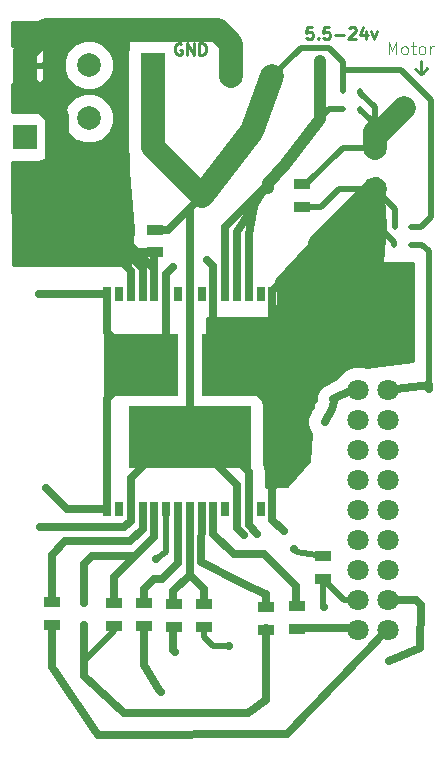
<source format=gtl>
G04 (created by PCBNEW (2013-08-24 BZR 4298)-stable) date Mon 09 Dec 2013 08:00:48 PM PST*
%MOIN*%
G04 Gerber Fmt 3.4, Leading zero omitted, Abs format*
%FSLAX34Y34*%
G01*
G70*
G90*
G04 APERTURE LIST*
%ADD10C,0.005906*%
%ADD11C,0.004921*%
%ADD12C,0.009843*%
%ADD13C,0.078740*%
%ADD14R,0.055000X0.035000*%
%ADD15R,0.026378X0.051181*%
%ADD16R,0.245276X0.206693*%
%ADD17R,0.405512X0.206693*%
%ADD18C,0.019685*%
%ADD19R,0.007874X0.011811*%
%ADD20C,0.078700*%
%ADD21R,0.078700X0.078700*%
%ADD22C,0.070866*%
%ADD23C,0.027559*%
%ADD24C,0.019685*%
%ADD25C,0.027559*%
%ADD26C,0.039370*%
%ADD27C,0.078740*%
%ADD28C,0.010000*%
G04 APERTURE END LIST*
G54D10*
G54D11*
X64396Y-29855D02*
X64396Y-29461D01*
X64527Y-29742D01*
X64658Y-29461D01*
X64658Y-29855D01*
X64902Y-29855D02*
X64865Y-29836D01*
X64846Y-29817D01*
X64827Y-29780D01*
X64827Y-29667D01*
X64846Y-29630D01*
X64865Y-29611D01*
X64902Y-29592D01*
X64958Y-29592D01*
X64996Y-29611D01*
X65014Y-29630D01*
X65033Y-29667D01*
X65033Y-29780D01*
X65014Y-29817D01*
X64996Y-29836D01*
X64958Y-29855D01*
X64902Y-29855D01*
X65146Y-29592D02*
X65296Y-29592D01*
X65202Y-29461D02*
X65202Y-29799D01*
X65221Y-29836D01*
X65258Y-29855D01*
X65296Y-29855D01*
X65483Y-29855D02*
X65446Y-29836D01*
X65427Y-29817D01*
X65408Y-29780D01*
X65408Y-29667D01*
X65427Y-29630D01*
X65446Y-29611D01*
X65483Y-29592D01*
X65539Y-29592D01*
X65577Y-29611D01*
X65596Y-29630D01*
X65614Y-29667D01*
X65614Y-29780D01*
X65596Y-29817D01*
X65577Y-29836D01*
X65539Y-29855D01*
X65483Y-29855D01*
X65783Y-29855D02*
X65783Y-29592D01*
X65783Y-29667D02*
X65802Y-29630D01*
X65821Y-29611D01*
X65858Y-29592D01*
X65896Y-29592D01*
G54D12*
X61862Y-28957D02*
X61675Y-28957D01*
X61656Y-29145D01*
X61675Y-29126D01*
X61712Y-29107D01*
X61806Y-29107D01*
X61844Y-29126D01*
X61862Y-29145D01*
X61881Y-29182D01*
X61881Y-29276D01*
X61862Y-29313D01*
X61844Y-29332D01*
X61806Y-29351D01*
X61712Y-29351D01*
X61675Y-29332D01*
X61656Y-29313D01*
X62050Y-29313D02*
X62068Y-29332D01*
X62050Y-29351D01*
X62031Y-29332D01*
X62050Y-29313D01*
X62050Y-29351D01*
X62425Y-28957D02*
X62237Y-28957D01*
X62218Y-29145D01*
X62237Y-29126D01*
X62275Y-29107D01*
X62368Y-29107D01*
X62406Y-29126D01*
X62425Y-29145D01*
X62443Y-29182D01*
X62443Y-29276D01*
X62425Y-29313D01*
X62406Y-29332D01*
X62368Y-29351D01*
X62275Y-29351D01*
X62237Y-29332D01*
X62218Y-29313D01*
X62612Y-29201D02*
X62912Y-29201D01*
X63081Y-28995D02*
X63100Y-28976D01*
X63137Y-28957D01*
X63231Y-28957D01*
X63268Y-28976D01*
X63287Y-28995D01*
X63306Y-29032D01*
X63306Y-29070D01*
X63287Y-29126D01*
X63062Y-29351D01*
X63306Y-29351D01*
X63643Y-29088D02*
X63643Y-29351D01*
X63550Y-28938D02*
X63456Y-29220D01*
X63700Y-29220D01*
X63812Y-29088D02*
X63906Y-29351D01*
X64000Y-29088D01*
X57495Y-29503D02*
X57457Y-29485D01*
X57401Y-29485D01*
X57345Y-29503D01*
X57307Y-29541D01*
X57289Y-29578D01*
X57270Y-29653D01*
X57270Y-29710D01*
X57289Y-29785D01*
X57307Y-29822D01*
X57345Y-29860D01*
X57401Y-29878D01*
X57439Y-29878D01*
X57495Y-29860D01*
X57514Y-29841D01*
X57514Y-29710D01*
X57439Y-29710D01*
X57682Y-29878D02*
X57682Y-29485D01*
X57907Y-29878D01*
X57907Y-29485D01*
X58095Y-29878D02*
X58095Y-29485D01*
X58188Y-29485D01*
X58245Y-29503D01*
X58282Y-29541D01*
X58301Y-29578D01*
X58320Y-29653D01*
X58320Y-29710D01*
X58301Y-29785D01*
X58282Y-29822D01*
X58245Y-29860D01*
X58188Y-29878D01*
X58095Y-29878D01*
G54D13*
X59149Y-30578D03*
X60527Y-30578D03*
G54D14*
X56255Y-48902D03*
X56255Y-48152D03*
X62220Y-47339D03*
X62220Y-46589D03*
X56614Y-35711D03*
X56614Y-36461D03*
G54D15*
X58165Y-37842D03*
X58559Y-37842D03*
X58952Y-37842D03*
X59346Y-37842D03*
X59740Y-37842D03*
X60133Y-37842D03*
X60527Y-37842D03*
X60527Y-45007D03*
X60133Y-45007D03*
X59740Y-45007D03*
X59346Y-45007D03*
X58952Y-45007D03*
X58559Y-45007D03*
X58165Y-45007D03*
X55015Y-45007D03*
X55409Y-45007D03*
X55803Y-45007D03*
X56196Y-45007D03*
X56590Y-45007D03*
X56984Y-45007D03*
X57377Y-45007D03*
X57771Y-45007D03*
X57771Y-37842D03*
X57377Y-37842D03*
X56984Y-37842D03*
X56590Y-37842D03*
X56196Y-37842D03*
X55803Y-37842D03*
X55409Y-37842D03*
X55015Y-37842D03*
G54D16*
X56131Y-40224D03*
X59411Y-40224D03*
G54D17*
X57771Y-42625D03*
G54D18*
X55147Y-39437D03*
X55541Y-39437D03*
X55935Y-39437D03*
X56328Y-39437D03*
X56722Y-39437D03*
X57116Y-39437D03*
X60395Y-39437D03*
X60001Y-39437D03*
X59608Y-39437D03*
X59214Y-39437D03*
X58820Y-39437D03*
X58427Y-39437D03*
X60395Y-39830D03*
X60001Y-39830D03*
X59608Y-39830D03*
X59214Y-39830D03*
X58820Y-39830D03*
X58427Y-39830D03*
X57116Y-39830D03*
X56722Y-39830D03*
X56328Y-39830D03*
X55935Y-39830D03*
X55541Y-39830D03*
X55147Y-39830D03*
X58427Y-40224D03*
X58820Y-40224D03*
X59214Y-40224D03*
X59608Y-40224D03*
X60001Y-40224D03*
X60395Y-40224D03*
X57116Y-40224D03*
X56722Y-40224D03*
X56328Y-40224D03*
X55935Y-40224D03*
X55541Y-40224D03*
X55147Y-40224D03*
X55147Y-40618D03*
X55541Y-40618D03*
X55935Y-40618D03*
X56328Y-40618D03*
X56722Y-40618D03*
X57116Y-40618D03*
X58427Y-40618D03*
X58820Y-40618D03*
X59214Y-40618D03*
X59608Y-40618D03*
X60001Y-40618D03*
X60395Y-40618D03*
X55147Y-41011D03*
X55541Y-41011D03*
X55935Y-41011D03*
X56328Y-41011D03*
X56722Y-41011D03*
X57116Y-41011D03*
X58427Y-41011D03*
X58820Y-41011D03*
X59214Y-41011D03*
X59608Y-41011D03*
X60001Y-41011D03*
X60395Y-41011D03*
X58421Y-41838D03*
X58814Y-41838D03*
X59208Y-41838D03*
X59602Y-41838D03*
X59602Y-42232D03*
X59208Y-42232D03*
X58814Y-42232D03*
X58421Y-42232D03*
X59602Y-42625D03*
X59208Y-42625D03*
X58814Y-42625D03*
X58421Y-42625D03*
X58421Y-43019D03*
X58814Y-43019D03*
X59208Y-43019D03*
X59602Y-43019D03*
X58421Y-43413D03*
X58814Y-43413D03*
X59208Y-43413D03*
X59602Y-43413D03*
X58027Y-43413D03*
X57515Y-43413D03*
X57122Y-43413D03*
X56728Y-43413D03*
X56334Y-43413D03*
X55940Y-43413D03*
X58027Y-43019D03*
X57515Y-43019D03*
X57122Y-43019D03*
X56728Y-43019D03*
X56334Y-43019D03*
X55940Y-43019D03*
X55940Y-42625D03*
X56334Y-42625D03*
X56728Y-42625D03*
X57122Y-42625D03*
X57515Y-42625D03*
X58027Y-42625D03*
X55940Y-42232D03*
X56334Y-42232D03*
X56728Y-42232D03*
X57122Y-42232D03*
X57515Y-42232D03*
X58027Y-42232D03*
X58027Y-41838D03*
X57515Y-41838D03*
X57122Y-41838D03*
X56728Y-41838D03*
X56334Y-41838D03*
X55940Y-41838D03*
G54D19*
X62893Y-31066D03*
X63444Y-31066D03*
X63444Y-31688D03*
X62893Y-31688D03*
X65149Y-35625D03*
X64598Y-35625D03*
X64582Y-36232D03*
X65133Y-36232D03*
G54D14*
X61515Y-34199D03*
X61515Y-34949D03*
G54D20*
X54401Y-31992D03*
G54D21*
X56531Y-30220D03*
X56531Y-32622D03*
X52269Y-30220D03*
X52269Y-32622D03*
G54D20*
X54401Y-30220D03*
G54D13*
X63933Y-32972D03*
X63933Y-34350D03*
G54D22*
X63374Y-44043D03*
X63374Y-43043D03*
X63374Y-42043D03*
X63374Y-41043D03*
X64374Y-41043D03*
X64374Y-42043D03*
X64374Y-43043D03*
X64374Y-44043D03*
X64374Y-49043D03*
X64374Y-48043D03*
X64374Y-47043D03*
X64374Y-46043D03*
X64374Y-45043D03*
X63374Y-45043D03*
X63374Y-46043D03*
X63374Y-47043D03*
X63374Y-48043D03*
X63374Y-49043D03*
G54D14*
X55244Y-48164D03*
X55244Y-48914D03*
X60311Y-48294D03*
X60311Y-49044D03*
X61362Y-48262D03*
X61362Y-49012D03*
X53185Y-48878D03*
X53185Y-48128D03*
X58244Y-48945D03*
X58244Y-48195D03*
X57240Y-48934D03*
X57240Y-48184D03*
G54D23*
X62263Y-42106D03*
X54240Y-50070D03*
X61259Y-46358D03*
X65736Y-41031D03*
X56661Y-46688D03*
X62106Y-30074D03*
X57267Y-49787D03*
X53251Y-35803D03*
X64901Y-31649D03*
X56803Y-51106D03*
X64429Y-50090D03*
X62259Y-48271D03*
X59070Y-49586D03*
G54D12*
X65484Y-30523D02*
X65535Y-30468D01*
X65535Y-30468D02*
X65681Y-30322D01*
X65468Y-30098D02*
X65484Y-30523D01*
X65484Y-30523D02*
X65278Y-30339D01*
G54D24*
X55244Y-48914D02*
X55244Y-49066D01*
X55244Y-49066D02*
X54240Y-50070D01*
G54D25*
X62578Y-41460D02*
X62547Y-41362D01*
X62263Y-42106D02*
X62496Y-41677D01*
X62496Y-41677D02*
X62578Y-41460D01*
X63188Y-41062D02*
X63374Y-41043D01*
X62547Y-41362D02*
X63188Y-41062D01*
X54240Y-50590D02*
X54240Y-50070D01*
X54244Y-50066D02*
X54240Y-50070D01*
X54244Y-48890D02*
X54244Y-50066D01*
X55582Y-51822D02*
X54240Y-50590D01*
X59700Y-51822D02*
X55582Y-51822D01*
X60326Y-51370D02*
X59700Y-51822D01*
X60326Y-48985D02*
X60326Y-51370D01*
X58255Y-48195D02*
X58255Y-47685D01*
X58255Y-47685D02*
X57771Y-47200D01*
X57212Y-47759D02*
X57212Y-48180D01*
X57771Y-47200D02*
X57212Y-47759D01*
X57771Y-45007D02*
X57771Y-47200D01*
G54D24*
X62220Y-46589D02*
X61337Y-46436D01*
X61337Y-46436D02*
X61259Y-46358D01*
G54D25*
X65759Y-40881D02*
X65736Y-40947D01*
X65736Y-40947D02*
X65736Y-41031D01*
G54D24*
X56984Y-45007D02*
X56984Y-46440D01*
X56984Y-46440D02*
X56661Y-46688D01*
X65133Y-36232D02*
X65519Y-36232D01*
X65519Y-36232D02*
X65751Y-36405D01*
X65751Y-36405D02*
X65759Y-40881D01*
X62893Y-31688D02*
X62425Y-31688D01*
X62425Y-31688D02*
X62106Y-32007D01*
G54D26*
X60909Y-33570D02*
X62106Y-32007D01*
X62106Y-32007D02*
X62106Y-30074D01*
G54D25*
X64374Y-41043D02*
X65759Y-40881D01*
X55803Y-37094D02*
X55803Y-37842D01*
X56196Y-37015D02*
X56196Y-37842D01*
G54D27*
X52269Y-30848D02*
X53338Y-31917D01*
X52269Y-30220D02*
X52269Y-30848D01*
X53338Y-31917D02*
X53338Y-34122D01*
X52269Y-29773D02*
X52269Y-30220D01*
G54D25*
X56590Y-37842D02*
X56590Y-37000D01*
X58952Y-35625D02*
X58952Y-37842D01*
X59346Y-37842D02*
X59346Y-35791D01*
X59740Y-35850D02*
X59740Y-37842D01*
G54D27*
X54728Y-35444D02*
X53610Y-35444D01*
X53610Y-35444D02*
X53251Y-35803D01*
G54D25*
X56590Y-37000D02*
X56578Y-37000D01*
X54728Y-35149D02*
X54728Y-35444D01*
X54728Y-35444D02*
X54728Y-35511D01*
X56578Y-37000D02*
X54728Y-35149D01*
X55405Y-36188D02*
X55405Y-36696D01*
X55405Y-36696D02*
X55803Y-37094D01*
X55405Y-36188D02*
X55405Y-36224D01*
X55405Y-36224D02*
X56196Y-37015D01*
X55405Y-36259D02*
X55405Y-36366D01*
G54D27*
X53338Y-34122D02*
X54728Y-35511D01*
X54728Y-35511D02*
X55405Y-36188D01*
X55405Y-36188D02*
X55405Y-36259D01*
G54D25*
X55405Y-36366D02*
X55500Y-36461D01*
X57212Y-49732D02*
X57267Y-49787D01*
G54D27*
X52992Y-29051D02*
X52269Y-29773D01*
X58696Y-29051D02*
X52992Y-29051D01*
X59149Y-29503D02*
X58696Y-29051D01*
X59149Y-30578D02*
X59149Y-29503D01*
G54D25*
X57212Y-48930D02*
X57212Y-49732D01*
X55500Y-36461D02*
X56614Y-36461D01*
X56590Y-37000D02*
X56590Y-36485D01*
X56590Y-36485D02*
X56614Y-36461D01*
G54D26*
X60393Y-34311D02*
X60393Y-34149D01*
X60393Y-34149D02*
X60909Y-33570D01*
G54D25*
X60279Y-34291D02*
X60393Y-34311D01*
X60393Y-34311D02*
X60224Y-34334D01*
X60224Y-34334D02*
X58952Y-35625D01*
X59346Y-35791D02*
X60287Y-34311D01*
X60287Y-34311D02*
X60279Y-34291D01*
X60279Y-34291D02*
X59940Y-34740D01*
X59940Y-34740D02*
X59740Y-35850D01*
X58559Y-45838D02*
X58559Y-45007D01*
X59236Y-46515D02*
X58559Y-45838D01*
X60255Y-46515D02*
X59236Y-46515D01*
X61326Y-47586D02*
X60255Y-46515D01*
X61326Y-48235D02*
X61326Y-47586D01*
X56196Y-45007D02*
X56196Y-45681D01*
X56196Y-45681D02*
X55779Y-46098D01*
X55779Y-46098D02*
X53629Y-46098D01*
X53629Y-46098D02*
X53165Y-46562D01*
X53165Y-46562D02*
X53165Y-48109D01*
X53165Y-47688D02*
X53165Y-48109D01*
G54D24*
X61515Y-34199D02*
X61650Y-34199D01*
X62877Y-32972D02*
X63933Y-32972D01*
X61650Y-34199D02*
X62877Y-32972D01*
X63444Y-31066D02*
X63444Y-31137D01*
X63444Y-31137D02*
X63933Y-31625D01*
X63933Y-31625D02*
X63933Y-32972D01*
X63444Y-31688D02*
X63444Y-31720D01*
X63444Y-31720D02*
X63775Y-32019D01*
X63775Y-32019D02*
X64098Y-32452D01*
X64098Y-32452D02*
X63933Y-32452D01*
G54D27*
X63933Y-32618D02*
X63933Y-32452D01*
X64901Y-31649D02*
X63933Y-32618D01*
X63933Y-32452D02*
X63933Y-32972D01*
G54D25*
X56984Y-37842D02*
X56984Y-39372D01*
X55015Y-37842D02*
X55015Y-39108D01*
X55015Y-39108D02*
X56131Y-40224D01*
X56984Y-37842D02*
X56984Y-37181D01*
X56984Y-37181D02*
X57224Y-36940D01*
X55015Y-37842D02*
X52748Y-37842D01*
X52748Y-37842D02*
X52740Y-37850D01*
X55015Y-45007D02*
X53669Y-45007D01*
X53669Y-45007D02*
X52980Y-44318D01*
X56984Y-39372D02*
X56131Y-40224D01*
X55015Y-45007D02*
X55015Y-41340D01*
X55015Y-41340D02*
X56131Y-40224D01*
G54D24*
X63933Y-34350D02*
X62744Y-34350D01*
X62144Y-34949D02*
X61515Y-34949D01*
X62744Y-34350D02*
X62144Y-34949D01*
X64582Y-36232D02*
X64582Y-36118D01*
X64582Y-36118D02*
X63933Y-35468D01*
X63933Y-35468D02*
X63933Y-34350D01*
X64598Y-35625D02*
X64598Y-35015D01*
X64598Y-35015D02*
X63933Y-34350D01*
G54D25*
X58559Y-37842D02*
X58559Y-39372D01*
X60527Y-37842D02*
X60527Y-39108D01*
X58559Y-37842D02*
X58559Y-36929D01*
X58559Y-36929D02*
X58338Y-36708D01*
X60527Y-45007D02*
X60527Y-45385D01*
X60527Y-45385D02*
X60901Y-45759D01*
G54D27*
X59411Y-40224D02*
X59933Y-40224D01*
X59933Y-40224D02*
X61822Y-37458D01*
X61822Y-37458D02*
X62098Y-36185D01*
G54D25*
X60527Y-37842D02*
X60527Y-37755D01*
X60527Y-37755D02*
X63933Y-34350D01*
X60527Y-45007D02*
X60527Y-41340D01*
X60527Y-41340D02*
X59411Y-40224D01*
X60527Y-39108D02*
X59411Y-40224D01*
X58559Y-39372D02*
X59411Y-40224D01*
G54D27*
X62098Y-36185D02*
X63933Y-34350D01*
G54D25*
X64374Y-49043D02*
X64342Y-49035D01*
X64342Y-49035D02*
X61027Y-52506D01*
X61027Y-52506D02*
X54726Y-52544D01*
X54726Y-52544D02*
X53165Y-50283D01*
X53165Y-50283D02*
X53165Y-48859D01*
X61326Y-48985D02*
X62735Y-48985D01*
X62735Y-48985D02*
X63315Y-48985D01*
X63315Y-48985D02*
X63374Y-49043D01*
X56255Y-50224D02*
X56255Y-48902D01*
X56759Y-51062D02*
X56255Y-50224D01*
X56803Y-51106D02*
X56759Y-51062D01*
X65449Y-49664D02*
X64429Y-50090D01*
X65472Y-48204D02*
X65449Y-49664D01*
X65311Y-48043D02*
X65472Y-48204D01*
X64374Y-48043D02*
X65311Y-48043D01*
G54D24*
X58244Y-48945D02*
X58244Y-49291D01*
X62220Y-48232D02*
X62220Y-47339D01*
X62259Y-48271D02*
X62220Y-48232D01*
X58539Y-49586D02*
X59070Y-49586D01*
X58244Y-49291D02*
X58539Y-49586D01*
X63374Y-48043D02*
X62924Y-48043D01*
X62924Y-48043D02*
X62220Y-47339D01*
G54D25*
X60326Y-48235D02*
X60303Y-47858D01*
X60303Y-47858D02*
X60291Y-47846D01*
X59511Y-47496D02*
X60291Y-47846D01*
X58161Y-46799D02*
X59511Y-47496D01*
X58165Y-45007D02*
X58161Y-46799D01*
X55251Y-48140D02*
X55251Y-47295D01*
X55251Y-47295D02*
X55956Y-46590D01*
X54244Y-48140D02*
X54244Y-46846D01*
X55956Y-46590D02*
X56590Y-45956D01*
X54500Y-46590D02*
X55956Y-46590D01*
X54244Y-46846D02*
X54500Y-46590D01*
X56590Y-45956D02*
X56590Y-45007D01*
X56255Y-47673D02*
X56255Y-48152D01*
X56570Y-47358D02*
X56255Y-47673D01*
X56834Y-47358D02*
X56570Y-47358D01*
X57377Y-46814D02*
X56834Y-47358D01*
X57377Y-45007D02*
X57377Y-46814D01*
X56614Y-35711D02*
X57050Y-35711D01*
X57050Y-35711D02*
X58171Y-34590D01*
G54D27*
X58181Y-34590D02*
X59830Y-32417D01*
G54D25*
X57771Y-34990D02*
X58171Y-34590D01*
G54D27*
X58171Y-34590D02*
X58181Y-34590D01*
G54D24*
X62893Y-30389D02*
X64814Y-30389D01*
X64814Y-30389D02*
X65803Y-31377D01*
X65803Y-31377D02*
X65803Y-35295D01*
X65803Y-35295D02*
X65472Y-35625D01*
X65472Y-35625D02*
X65149Y-35625D01*
X62893Y-31066D02*
X62893Y-30389D01*
X62893Y-30389D02*
X62893Y-30122D01*
X62893Y-30122D02*
X62413Y-29641D01*
X62413Y-29641D02*
X61464Y-29641D01*
X61464Y-29641D02*
X60527Y-30578D01*
G54D27*
X59830Y-32417D02*
X60527Y-30578D01*
X56531Y-32622D02*
X56531Y-32950D01*
X56531Y-32950D02*
X58171Y-34590D01*
X56531Y-30220D02*
X56531Y-32622D01*
G54D25*
X55803Y-45007D02*
X55803Y-45405D01*
X55586Y-45622D02*
X52779Y-45622D01*
X55803Y-45405D02*
X55586Y-45622D01*
X59740Y-45007D02*
X59740Y-45559D01*
X59740Y-45559D02*
X60019Y-45838D01*
X59346Y-45007D02*
X59346Y-45657D01*
X59346Y-45657D02*
X59570Y-45881D01*
X57771Y-37842D02*
X57771Y-34990D01*
X57771Y-37842D02*
X57771Y-42625D01*
X59740Y-45007D02*
X59740Y-43799D01*
X59740Y-43799D02*
X58566Y-42625D01*
X58566Y-42625D02*
X57771Y-42625D01*
X59346Y-45007D02*
X59346Y-44200D01*
X59346Y-44200D02*
X57771Y-42625D01*
X55803Y-45007D02*
X55803Y-43980D01*
X55803Y-43980D02*
X57157Y-42625D01*
X57157Y-42625D02*
X57771Y-42625D01*
G54D10*
G36*
X65216Y-40090D02*
X63638Y-40289D01*
X63533Y-40245D01*
X63215Y-40245D01*
X62922Y-40366D01*
X62697Y-40590D01*
X62667Y-40664D01*
X62301Y-40835D01*
X62239Y-40880D01*
X62171Y-40918D01*
X62148Y-40947D01*
X62118Y-40969D01*
X62078Y-41035D01*
X62030Y-41095D01*
X62020Y-41131D01*
X62000Y-41163D01*
X61989Y-41239D01*
X61967Y-41313D01*
X61971Y-41350D01*
X61966Y-41387D01*
X61969Y-41402D01*
X61872Y-41478D01*
X61863Y-41625D01*
X61792Y-41754D01*
X61771Y-41776D01*
X61682Y-41990D01*
X61682Y-42221D01*
X61770Y-42435D01*
X61806Y-42471D01*
X61742Y-43428D01*
X60996Y-44261D01*
X60321Y-44273D01*
X60321Y-43799D01*
X60277Y-43576D01*
X60277Y-43576D01*
X60242Y-43525D01*
X60242Y-43525D01*
X60242Y-41504D01*
X60175Y-41341D01*
X60050Y-41216D01*
X59887Y-41148D01*
X59710Y-41148D01*
X58353Y-41148D01*
X58353Y-38660D01*
X60480Y-38660D01*
X60490Y-38485D01*
X60517Y-38474D01*
X60641Y-38349D01*
X60709Y-38186D01*
X60709Y-38010D01*
X60709Y-37498D01*
X60662Y-37384D01*
X63714Y-34034D01*
X64040Y-33979D01*
X64194Y-34201D01*
X64268Y-35550D01*
X64174Y-36801D01*
X65210Y-36801D01*
X65216Y-40090D01*
X65216Y-40090D01*
G37*
G54D28*
X65216Y-40090D02*
X63638Y-40289D01*
X63533Y-40245D01*
X63215Y-40245D01*
X62922Y-40366D01*
X62697Y-40590D01*
X62667Y-40664D01*
X62301Y-40835D01*
X62239Y-40880D01*
X62171Y-40918D01*
X62148Y-40947D01*
X62118Y-40969D01*
X62078Y-41035D01*
X62030Y-41095D01*
X62020Y-41131D01*
X62000Y-41163D01*
X61989Y-41239D01*
X61967Y-41313D01*
X61971Y-41350D01*
X61966Y-41387D01*
X61969Y-41402D01*
X61872Y-41478D01*
X61863Y-41625D01*
X61792Y-41754D01*
X61771Y-41776D01*
X61682Y-41990D01*
X61682Y-42221D01*
X61770Y-42435D01*
X61806Y-42471D01*
X61742Y-43428D01*
X60996Y-44261D01*
X60321Y-44273D01*
X60321Y-43799D01*
X60277Y-43576D01*
X60277Y-43576D01*
X60242Y-43525D01*
X60242Y-43525D01*
X60242Y-41504D01*
X60175Y-41341D01*
X60050Y-41216D01*
X59887Y-41148D01*
X59710Y-41148D01*
X58353Y-41148D01*
X58353Y-38660D01*
X60480Y-38660D01*
X60490Y-38485D01*
X60517Y-38474D01*
X60641Y-38349D01*
X60709Y-38186D01*
X60709Y-38010D01*
X60709Y-37498D01*
X60662Y-37384D01*
X63714Y-34034D01*
X64040Y-33979D01*
X64194Y-34201D01*
X64268Y-35550D01*
X64174Y-36801D01*
X65210Y-36801D01*
X65216Y-40090D01*
G54D10*
G36*
X55875Y-35685D02*
X55769Y-36886D01*
X55238Y-36885D01*
X55238Y-31826D01*
X55238Y-30054D01*
X55111Y-29746D01*
X54876Y-29511D01*
X54568Y-29383D01*
X54235Y-29383D01*
X53927Y-29510D01*
X53692Y-29745D01*
X53564Y-30053D01*
X53564Y-30386D01*
X53691Y-30694D01*
X53926Y-30929D01*
X54234Y-31057D01*
X54567Y-31057D01*
X54875Y-30930D01*
X55110Y-30695D01*
X55238Y-30387D01*
X55238Y-30054D01*
X55238Y-31826D01*
X55111Y-31518D01*
X54876Y-31283D01*
X54568Y-31155D01*
X54235Y-31155D01*
X53927Y-31282D01*
X53692Y-31517D01*
X53564Y-31825D01*
X53564Y-32158D01*
X53691Y-32466D01*
X53926Y-32701D01*
X54234Y-32829D01*
X54567Y-32829D01*
X54875Y-32702D01*
X55110Y-32467D01*
X55238Y-32159D01*
X55238Y-31826D01*
X55238Y-36885D01*
X51872Y-36875D01*
X51862Y-33459D01*
X51964Y-33459D01*
X52751Y-33459D01*
X52914Y-33392D01*
X53039Y-33267D01*
X53106Y-33104D01*
X53106Y-32927D01*
X53106Y-32140D01*
X53039Y-31977D01*
X52914Y-31852D01*
X52913Y-31852D01*
X52913Y-30663D01*
X52913Y-30332D01*
X52913Y-30107D01*
X52913Y-29777D01*
X52875Y-29685D01*
X52804Y-29614D01*
X52712Y-29576D01*
X52613Y-29576D01*
X52382Y-29576D01*
X52319Y-29639D01*
X52319Y-30170D01*
X52850Y-30170D01*
X52913Y-30107D01*
X52913Y-30332D01*
X52850Y-30270D01*
X52319Y-30270D01*
X52319Y-30801D01*
X52382Y-30863D01*
X52613Y-30863D01*
X52712Y-30863D01*
X52804Y-30825D01*
X52875Y-30755D01*
X52913Y-30663D01*
X52913Y-31852D01*
X52751Y-31785D01*
X52574Y-31785D01*
X51858Y-31785D01*
X51855Y-30863D01*
X51925Y-30863D01*
X52157Y-30863D01*
X52219Y-30801D01*
X52219Y-30270D01*
X52211Y-30270D01*
X52211Y-30170D01*
X52219Y-30170D01*
X52219Y-29639D01*
X52157Y-29576D01*
X51925Y-29576D01*
X51851Y-29576D01*
X51849Y-28785D01*
X55721Y-28747D01*
X55718Y-29680D01*
X55694Y-29738D01*
X55694Y-29915D01*
X55694Y-30219D01*
X55694Y-30220D01*
X55694Y-32622D01*
X55694Y-32950D01*
X55694Y-32951D01*
X55694Y-33104D01*
X55707Y-33136D01*
X55705Y-33742D01*
X55875Y-35685D01*
X55875Y-35685D01*
G37*
G54D28*
X55875Y-35685D02*
X55769Y-36886D01*
X55238Y-36885D01*
X55238Y-31826D01*
X55238Y-30054D01*
X55111Y-29746D01*
X54876Y-29511D01*
X54568Y-29383D01*
X54235Y-29383D01*
X53927Y-29510D01*
X53692Y-29745D01*
X53564Y-30053D01*
X53564Y-30386D01*
X53691Y-30694D01*
X53926Y-30929D01*
X54234Y-31057D01*
X54567Y-31057D01*
X54875Y-30930D01*
X55110Y-30695D01*
X55238Y-30387D01*
X55238Y-30054D01*
X55238Y-31826D01*
X55111Y-31518D01*
X54876Y-31283D01*
X54568Y-31155D01*
X54235Y-31155D01*
X53927Y-31282D01*
X53692Y-31517D01*
X53564Y-31825D01*
X53564Y-32158D01*
X53691Y-32466D01*
X53926Y-32701D01*
X54234Y-32829D01*
X54567Y-32829D01*
X54875Y-32702D01*
X55110Y-32467D01*
X55238Y-32159D01*
X55238Y-31826D01*
X55238Y-36885D01*
X51872Y-36875D01*
X51862Y-33459D01*
X51964Y-33459D01*
X52751Y-33459D01*
X52914Y-33392D01*
X53039Y-33267D01*
X53106Y-33104D01*
X53106Y-32927D01*
X53106Y-32140D01*
X53039Y-31977D01*
X52914Y-31852D01*
X52913Y-31852D01*
X52913Y-30663D01*
X52913Y-30332D01*
X52913Y-30107D01*
X52913Y-29777D01*
X52875Y-29685D01*
X52804Y-29614D01*
X52712Y-29576D01*
X52613Y-29576D01*
X52382Y-29576D01*
X52319Y-29639D01*
X52319Y-30170D01*
X52850Y-30170D01*
X52913Y-30107D01*
X52913Y-30332D01*
X52850Y-30270D01*
X52319Y-30270D01*
X52319Y-30801D01*
X52382Y-30863D01*
X52613Y-30863D01*
X52712Y-30863D01*
X52804Y-30825D01*
X52875Y-30755D01*
X52913Y-30663D01*
X52913Y-31852D01*
X52751Y-31785D01*
X52574Y-31785D01*
X51858Y-31785D01*
X51855Y-30863D01*
X51925Y-30863D01*
X52157Y-30863D01*
X52219Y-30801D01*
X52219Y-30270D01*
X52211Y-30270D01*
X52211Y-30170D01*
X52219Y-30170D01*
X52219Y-29639D01*
X52157Y-29576D01*
X51925Y-29576D01*
X51851Y-29576D01*
X51849Y-28785D01*
X55721Y-28747D01*
X55718Y-29680D01*
X55694Y-29738D01*
X55694Y-29915D01*
X55694Y-30219D01*
X55694Y-30220D01*
X55694Y-32622D01*
X55694Y-32950D01*
X55694Y-32951D01*
X55694Y-33104D01*
X55707Y-33136D01*
X55705Y-33742D01*
X55875Y-35685D01*
M02*

</source>
